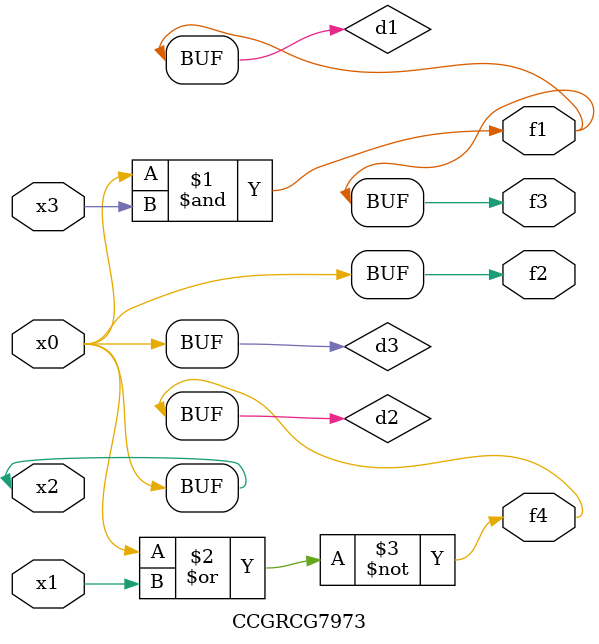
<source format=v>
module CCGRCG7973(
	input x0, x1, x2, x3,
	output f1, f2, f3, f4
);

	wire d1, d2, d3;

	and (d1, x2, x3);
	nor (d2, x0, x1);
	buf (d3, x0, x2);
	assign f1 = d1;
	assign f2 = d3;
	assign f3 = d1;
	assign f4 = d2;
endmodule

</source>
